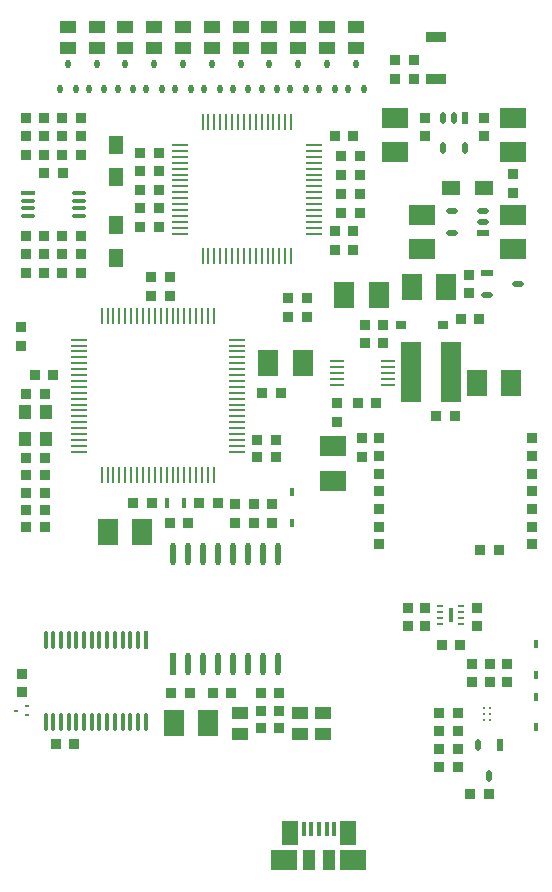
<source format=gbr>
*
%LPD*%
%LNSPT*%
%FSLAX24Y24*%
%MOIN*%
%AD*%
%ADD15R,0.012X0.05*%
%ADD16R,0.02X0.039*%
%ADD19C,0.01*%
%ADD81R,0.033X0.035*%
%ADD82R,0.035X0.033*%
%ADD83R,0.067X0.087*%
%ADD84R,0.024X0.01*%
%ADD85R,0.016X0.035*%
%ADD86R,0.039X0.047*%
%ADD87R,0.035X0.035*%
%ADD88R,0.053X0.04*%
%ADD89O,0.049X0.012*%
%ADD90R,0.049X0.012*%
%ADD91O,0.055X0.007*%
%ADD92O,0.007X0.055*%
%ADD93R,0.007X0.055*%
%ADD94R,0.065X0.035*%
%ADD95R,0.045X0.061*%
%ADD96O,0.02X0.039*%
%ADD97R,0.087X0.067*%
%ADD98R,0.039X0.022*%
%ADD99O,0.039X0.022*%
%ADD100O,0.039X0.02*%
%ADD101R,0.039X0.02*%
%ADD102R,0.061X0.045*%
%ADD103R,0.02X0.074*%
%ADD104O,0.02X0.074*%
%ADD105O,0.012X0.062*%
%ADD106R,0.012X0.062*%
%ADD107R,0.016X0.031*%
%ADD108O,0.049X0.007*%
%ADD109R,0.049X0.007*%
%ADD110R,0.07X0.204*%
%ADD111R,0.035X0.027*%
%ADD112O,0.022X0.039*%
%ADD113R,0.022X0.039*%
%ADD114R,0.016X0.01*%
%ADD115R,0.016X0.008*%
%ADD116O,0.018X0.03*%
%ADD117R,0.014X0.05*%
%ADD118R,0.09X0.071*%
%ADD119R,0.042X0.071*%
%ADD120R,0.054X0.079*%
G54D15*
%SRX1Y1I0.0J0.0*%
G1X15150Y8450D3*
G54D19*
G1X16262Y4954D3*
G1X16262Y5150D3*
G1X16262Y5346D3*
G1X16458Y4954D3*
G1X16458Y5150D3*
G1X16458Y5346D3*
G54D81*
G1X1620Y11950D3*
G1X1000Y11950D3*
G1X1620Y13110D3*
G1X1000Y13110D3*
G1X1620Y12530D3*
G1X1000Y12530D3*
G1X16420Y2480D3*
G1X15800Y2480D3*
G1X14840Y7450D3*
G1X15460Y7450D3*
G1X9320Y13710D3*
G1X8700Y13710D3*
G1X7210Y5840D3*
G1X7830Y5840D3*
G1X4800Y22620D3*
G1X5420Y22620D3*
G1X8700Y14290D3*
G1X9320Y14290D3*
G1X9720Y18390D3*
G1X10340Y18390D3*
G1X9720Y19010D3*
G1X10340Y19010D3*
G1X2200Y24410D3*
G1X2820Y24410D3*
G1X2820Y25030D3*
G1X2200Y25030D3*
G1X980Y21090D3*
G1X1600Y21090D3*
G1X980Y20470D3*
G1X1600Y20470D3*
G1X2200Y21090D3*
G1X2820Y21090D3*
G1X1600Y23790D3*
G1X980Y23790D3*
G1X2820Y23790D3*
G1X2200Y23790D3*
G1X980Y19860D3*
G1X1600Y19860D3*
G1X1590Y23170D3*
G1X2210Y23170D3*
G1X2200Y19860D3*
G1X2820Y19860D3*
G1X2820Y20470D3*
G1X2200Y20470D3*
G1X1620Y15810D3*
G1X1000Y15810D3*
G1X1000Y13690D3*
G1X1620Y13690D3*
G1X12120Y22480D3*
G1X11500Y22480D3*
G1X4800Y21380D3*
G1X5420Y21380D3*
G1X12120Y21860D3*
G1X11500Y21860D3*
G1X4800Y22000D3*
G1X5420Y22000D3*
G1X12120Y23750D3*
G1X11500Y23750D3*
G1X4800Y23860D3*
G1X5420Y23860D3*
G1X12120Y23130D3*
G1X11500Y23130D3*
G1X4800Y23240D3*
G1X5420Y23240D3*
G1X11280Y24400D3*
G1X11900Y24400D3*
G1X11900Y20620D3*
G1X11280Y20620D3*
G1X11900Y21240D3*
G1X11280Y21240D3*
G1X1600Y25030D3*
G1X980Y25030D3*
G1X1600Y24410D3*
G1X980Y24410D3*
G1X1000Y11370D3*
G1X1620Y11370D3*
G1X1895Y16445D3*
G1X1275Y16445D3*
G1X8870Y15860D3*
G1X9490Y15860D3*
G1X5180Y12180D3*
G1X4560Y12180D3*
G1X6760Y12180D3*
G1X7380Y12180D3*
G1X8810Y5840D3*
G1X9430Y5840D3*
G1X8810Y5260D3*
G1X9430Y5260D3*
G1X8810Y4680D3*
G1X9430Y4680D3*
G1X1980Y4140D3*
G1X2600Y4140D3*
G1X5780Y11525D3*
G1X6400Y11525D3*
G1X5820Y5840D3*
G1X6440Y5840D3*
G1X12900Y17510D3*
G1X12280Y17510D3*
G1X12905Y18130D3*
G1X12285Y18130D3*
G1X15475Y18320D3*
G1X16095Y18320D3*
G1X15290Y15080D3*
G1X14670Y15080D3*
G1X12040Y15510D3*
G1X12660Y15510D3*
G54D82*
G1X8580Y12140D3*
G1X8580Y11520D3*
G1X870Y5870D3*
G1X870Y6490D3*
G1X13710Y8070D3*
G1X13710Y8690D3*
G1X16010Y8690D3*
G1X16010Y8070D3*
G1X14290Y8690D3*
G1X14290Y8070D3*
G1X15870Y6210D3*
G1X15870Y6830D3*
G1X820Y18050D3*
G1X820Y17430D3*
G1X17030Y6830D3*
G1X17030Y6210D3*
G1X16450Y6210D3*
G1X16450Y6830D3*
G1X9200Y11520D3*
G1X9200Y12140D3*
G1X12190Y13720D3*
G1X12190Y14340D3*
G1X5790Y19700D3*
G1X5790Y19080D3*
G1X13290Y26950D3*
G1X13290Y26330D3*
G1X13910Y26950D3*
G1X13910Y26330D3*
G1X17220Y23150D3*
G1X17220Y22530D3*
G1X14280Y24410D3*
G1X14280Y25030D3*
G1X16240Y25030D3*
G1X16240Y24410D3*
G1X15760Y19790D3*
G1X15760Y19170D3*
G1X5170Y19080D3*
G1X5170Y19700D3*
G1X11360Y14890D3*
G1X11360Y15510D3*
G1X15390Y5190D3*
G1X15390Y4570D3*
G1X15390Y3990D3*
G1X15390Y3370D3*
G1X14770Y5190D3*
G1X14770Y4570D3*
G1X14770Y3990D3*
G1X14770Y3370D3*
G1X7960Y11520D3*
G1X7960Y12140D3*
G54D83*
G1X16030Y16170D3*
G1X17170Y16170D3*
G1X7050Y4840D3*
G1X5910Y4840D3*
G1X3710Y11200D3*
G1X4850Y11200D3*
G1X11605Y19110D3*
G1X12745Y19110D3*
G1X14980Y19390D3*
G1X13840Y19390D3*
G1X10210Y16840D3*
G1X9070Y16840D3*
G54D84*
G1X14800Y8155D3*
G1X14800Y8352D3*
G1X14800Y8548D3*
G1X14800Y8745D3*
G1X15500Y8745D3*
G1X15500Y8548D3*
G1X15500Y8352D3*
G1X15500Y8155D3*
G54D85*
G1X6250Y12180D3*
G1X5690Y12180D3*
G54D86*
G1X960Y14300D3*
G1X960Y15200D3*
G1X1660Y15200D3*
G1X1660Y14300D3*
G54D87*
G1X17860Y10800D3*
G1X17860Y11390D3*
G1X17860Y11980D3*
G1X17860Y12570D3*
G1X17860Y13160D3*
G1X17860Y13750D3*
G1X17860Y14340D3*
G1X12740Y14340D3*
G1X12740Y13750D3*
G1X12740Y13160D3*
G1X12740Y12570D3*
G1X12740Y11980D3*
G1X12740Y11390D3*
G1X12740Y10800D3*
G1X16110Y10620D3*
G1X16760Y10620D3*
G54D88*
G1X2380Y28060D3*
G1X2380Y27360D3*
G1X3340Y28060D3*
G1X3340Y27360D3*
G1X8140Y28060D3*
G1X8140Y27360D3*
G1X9100Y28060D3*
G1X9100Y27360D3*
G1X10060Y28060D3*
G1X10060Y27360D3*
G1X11020Y28060D3*
G1X11020Y27360D3*
G1X11980Y28060D3*
G1X11980Y27360D3*
G1X7180Y28060D3*
G1X7180Y27360D3*
G1X6220Y28060D3*
G1X6220Y27360D3*
G1X5260Y28060D3*
G1X5260Y27360D3*
G1X4300Y28060D3*
G1X4300Y27360D3*
G1X10890Y5190D3*
G1X10890Y4490D3*
G1X10110Y5190D3*
G1X10110Y4490D3*
G1X8130Y5190D3*
G1X8130Y4490D3*
G54D89*
G1X2750Y22514D3*
G1X2750Y22258D3*
G1X2750Y22002D3*
G1X2750Y21746D3*
G1X1050Y21746D3*
G1X1050Y22002D3*
G1X1050Y22258D3*
G54D90*
G1X1050Y22514D3*
G54D91*
G1X2740Y13890D3*
G1X2740Y14087D3*
G1X2740Y14284D3*
G1X2740Y14480D3*
G1X2740Y14677D3*
G1X2740Y14874D3*
G1X2740Y15071D3*
G1X2740Y15268D3*
G1X2740Y15465D3*
G1X2740Y15662D3*
G1X2740Y15858D3*
G1X2740Y16055D3*
G1X2740Y16252D3*
G1X2740Y16449D3*
G1X2740Y16646D3*
G1X2740Y16843D3*
G1X2740Y17040D3*
G1X2740Y17236D3*
G1X2740Y17433D3*
G1X2740Y17630D3*
G1X8020Y17630D3*
G1X8020Y17433D3*
G1X8020Y17236D3*
G1X8020Y17040D3*
G1X8020Y16843D3*
G1X8020Y16646D3*
G1X8020Y16449D3*
G1X8020Y16252D3*
G1X8020Y16055D3*
G1X8020Y15858D3*
G1X8020Y15662D3*
G1X8020Y15465D3*
G1X8020Y15268D3*
G1X8020Y15071D3*
G1X8020Y14874D3*
G1X8020Y14677D3*
G1X8020Y14480D3*
G1X8020Y14284D3*
G1X8020Y14087D3*
G1X8020Y13890D3*
G1X6110Y24116D3*
G1X6110Y23920D3*
G1X6110Y23723D3*
G1X6110Y23526D3*
G1X6110Y23329D3*
G1X6110Y23132D3*
G1X6110Y22935D3*
G1X6110Y22738D3*
G1X6110Y22542D3*
G1X6110Y22345D3*
G1X6110Y22148D3*
G1X6110Y21951D3*
G1X6110Y21754D3*
G1X6110Y21557D3*
G1X6110Y21360D3*
G1X6110Y21164D3*
G1X10590Y21164D3*
G1X10590Y21360D3*
G1X10590Y21557D3*
G1X10590Y21754D3*
G1X10590Y21951D3*
G1X10590Y22148D3*
G1X10590Y22345D3*
G1X10590Y22542D3*
G1X10590Y22738D3*
G1X10590Y22935D3*
G1X10590Y23132D3*
G1X10590Y23329D3*
G1X10590Y23526D3*
G1X10590Y23723D3*
G1X10590Y23920D3*
G1X10590Y24116D3*
G54D92*
G1X7250Y13120D3*
G1X7053Y13120D3*
G1X6856Y13120D3*
G1X6660Y13120D3*
G1X6463Y13120D3*
G1X6266Y13120D3*
G1X6069Y13120D3*
G1X5872Y13120D3*
G1X5675Y13120D3*
G1X5478Y13120D3*
G1X5282Y13120D3*
G1X5085Y13120D3*
G1X4888Y13120D3*
G1X4691Y13120D3*
G1X4494Y13120D3*
G1X4297Y13120D3*
G1X4100Y13120D3*
G1X3904Y13120D3*
G1X3707Y13120D3*
G1X7250Y18400D3*
G1X7053Y18400D3*
G1X6856Y18400D3*
G1X6660Y18400D3*
G1X6463Y18400D3*
G1X6266Y18400D3*
G1X6068Y18400D3*
G1X5872Y18400D3*
G1X5675Y18400D3*
G1X5478Y18400D3*
G1X5282Y18400D3*
G1X5085Y18400D3*
G1X4888Y18400D3*
G1X4691Y18400D3*
G1X4494Y18400D3*
G1X4297Y18400D3*
G1X4100Y18400D3*
G1X3904Y18400D3*
G1X3707Y18400D3*
G1X3510Y18400D3*
G1X9826Y20400D3*
G1X9630Y20400D3*
G1X9433Y20400D3*
G1X9236Y20400D3*
G1X9039Y20400D3*
G1X8842Y20400D3*
G1X8645Y20400D3*
G1X8448Y20400D3*
G1X8252Y20400D3*
G1X8055Y20400D3*
G1X7858Y20400D3*
G1X7662Y20400D3*
G1X7464Y20400D3*
G1X7267Y20400D3*
G1X7070Y20400D3*
G1X6874Y20400D3*
G1X9630Y24880D3*
G1X9433Y24880D3*
G1X9236Y24880D3*
G1X9039Y24880D3*
G1X8842Y24880D3*
G1X8645Y24880D3*
G1X8448Y24880D3*
G1X8252Y24880D3*
G1X8055Y24880D3*
G1X7858Y24880D3*
G1X7661Y24880D3*
G1X7464Y24880D3*
G1X7267Y24880D3*
G1X7070Y24880D3*
G1X6874Y24880D3*
G54D93*
G1X3510Y13120D3*
G1X9826Y24880D3*
G54D94*
G1X14640Y27710D3*
G1X14640Y26330D3*
G54D95*
G1X3980Y24130D3*
G1X3980Y23050D3*
G1X3980Y20360D3*
G1X3980Y21440D3*
G54D96*
G1X14890Y25030D3*
G1X15260Y25030D3*
G1X14890Y24010D3*
G1X15630Y24010D3*
G54D16*
G1X15630Y25030D3*
G54D97*
G1X13300Y25030D3*
G1X13300Y23890D3*
G1X17220Y23890D3*
G1X17220Y25030D3*
G1X17220Y21790D3*
G1X17220Y20650D3*
G1X14180Y21790D3*
G1X14180Y20650D3*
G1X11210Y12930D3*
G1X11210Y14070D3*
G54D98*
G1X16370Y19850D3*
G54D99*
G1X16370Y19110D3*
G1X17390Y19480D3*
G54D100*
G1X16210Y21920D3*
G1X16210Y21550D3*
G1X15190Y21920D3*
G1X15190Y21180D3*
G54D101*
G1X16210Y21180D3*
G54D102*
G1X16240Y22690D3*
G1X15160Y22690D3*
G54D103*
G1X5880Y6810D3*
G54D104*
G1X6380Y6810D3*
G1X6880Y6810D3*
G1X7380Y6810D3*
G1X7880Y6810D3*
G1X8380Y6810D3*
G1X8880Y6810D3*
G1X9380Y6810D3*
G1X9380Y10470D3*
G1X8880Y10470D3*
G1X8380Y10470D3*
G1X7880Y10470D3*
G1X7380Y10470D3*
G1X6880Y10470D3*
G1X6380Y10470D3*
G1X5880Y10470D3*
G54D105*
G1X4206Y4880D3*
G1X3950Y4880D3*
G1X3694Y4880D3*
G1X3438Y4880D3*
G1X3182Y4880D3*
G1X2926Y4880D3*
G1X2670Y4880D3*
G1X2414Y4880D3*
G1X2414Y7600D3*
G1X2670Y7600D3*
G1X2926Y7600D3*
G1X3182Y7600D3*
G1X3438Y7600D3*
G1X3694Y7600D3*
G1X3950Y7600D3*
G1X4206Y7600D3*
G1X4717Y7600D3*
G1X4462Y7600D3*
G1X2158Y7600D3*
G1X1903Y7600D3*
G1X1647Y7600D3*
G1X1647Y4880D3*
G1X1903Y4880D3*
G1X2158Y4880D3*
G1X4462Y4880D3*
G1X4717Y4880D3*
G1X4973Y4880D3*
G54D106*
G1X4973Y7600D3*
G54D107*
G1X18000Y6460D3*
G1X18000Y7480D3*
G1X18000Y5730D3*
G1X18000Y4710D3*
G1X9860Y12540D3*
G1X9860Y11520D3*
G54D108*
G1X13060Y16904D3*
G1X13060Y16707D3*
G1X13060Y16510D3*
G1X13060Y16313D3*
G1X13060Y16116D3*
G1X11360Y16707D3*
G1X11360Y16510D3*
G1X11360Y16313D3*
G1X11360Y16116D3*
G54D109*
G1X11360Y16904D3*
G54D110*
G1X15170Y16560D3*
G1X13830Y16560D3*
G54D111*
G1X13480Y18130D3*
G1X14900Y18130D3*
G54D112*
G1X16420Y3090D3*
G1X16050Y4110D3*
G54D113*
G1X16790Y4110D3*
G54D114*
G1X640Y5260D3*
G54D115*
G1X1020Y5417D3*
G1X1020Y5103D3*
G54D116*
G1X4300Y26800D3*
G1X4560Y25980D3*
G1X4040Y25980D3*
G1X5260Y26800D3*
G1X5520Y25980D3*
G1X5000Y25980D3*
G1X6220Y26800D3*
G1X6480Y25980D3*
G1X5960Y25980D3*
G1X7180Y26800D3*
G1X7440Y25980D3*
G1X6920Y25980D3*
G1X11980Y26800D3*
G1X12240Y25980D3*
G1X11720Y25980D3*
G1X11020Y26800D3*
G1X11280Y25980D3*
G1X10760Y25980D3*
G1X10060Y26800D3*
G1X10320Y25980D3*
G1X9800Y25980D3*
G1X9100Y26800D3*
G1X9360Y25980D3*
G1X8840Y25980D3*
G1X8140Y26800D3*
G1X8400Y25980D3*
G1X7880Y25980D3*
G1X3340Y26800D3*
G1X3600Y25980D3*
G1X3080Y25980D3*
G1X2380Y26800D3*
G1X2640Y25980D3*
G1X2120Y25980D3*
G54D117*
G1X11260Y1320D3*
G1X11010Y1320D3*
G1X10750Y1320D3*
G1X10490Y1320D3*
G1X10240Y1320D3*
G54D118*
G1X9600Y280D3*
G1X11900Y280D3*
G54D119*
G1X11080Y280D3*
G1X10420Y280D3*
G54D120*
G1X11720Y1180D3*
G1X9780Y1180D3*
M2*

</source>
